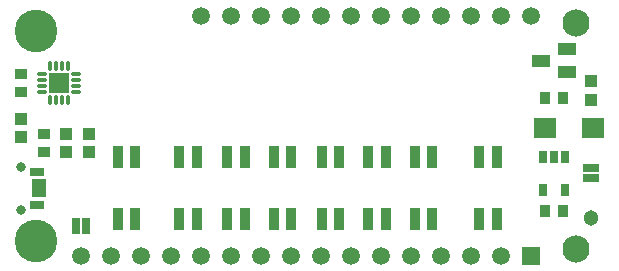
<source format=gbs>
G04*
G04 #@! TF.GenerationSoftware,Altium Limited,Altium Designer,24.2.2 (26)*
G04*
G04 Layer_Color=16711935*
%FSLAX25Y25*%
%MOIN*%
G70*
G04*
G04 #@! TF.SameCoordinates,2439F8CB-51F8-4C0C-9BB0-1E6E72BC7716*
G04*
G04*
G04 #@! TF.FilePolarity,Negative*
G04*
G01*
G75*
%ADD13C,0.09061*%
%ADD14C,0.14243*%
%ADD15C,0.03150*%
%ADD16C,0.05943*%
%ADD17R,0.05943X0.05943*%
%ADD40R,0.07487X0.07093*%
G04:AMPARAMS|DCode=41|XSize=29mil|YSize=54mil|CornerRadius=4.5mil|HoleSize=0mil|Usage=FLASHONLY|Rotation=270.000|XOffset=0mil|YOffset=0mil|HoleType=Round|Shape=RoundedRectangle|*
%AMROUNDEDRECTD41*
21,1,0.02900,0.04500,0,0,270.0*
21,1,0.02000,0.05400,0,0,270.0*
1,1,0.00900,-0.02250,-0.01000*
1,1,0.00900,-0.02250,0.01000*
1,1,0.00900,0.02250,0.01000*
1,1,0.00900,0.02250,-0.01000*
%
%ADD41ROUNDEDRECTD41*%
%ADD42R,0.03628X0.07487*%
%ADD43R,0.05912X0.04337*%
%ADD44R,0.04416X0.04101*%
%ADD45R,0.03550X0.04416*%
%ADD46R,0.02762X0.03943*%
%ADD47C,0.05124*%
G04:AMPARAMS|DCode=48|XSize=15.02mil|YSize=31.17mil|CornerRadius=3.38mil|HoleSize=0mil|Usage=FLASHONLY|Rotation=90.000|XOffset=0mil|YOffset=0mil|HoleType=Round|Shape=RoundedRectangle|*
%AMROUNDEDRECTD48*
21,1,0.01502,0.02441,0,0,90.0*
21,1,0.00827,0.03117,0,0,90.0*
1,1,0.00676,0.01221,0.00413*
1,1,0.00676,0.01221,-0.00413*
1,1,0.00676,-0.01221,-0.00413*
1,1,0.00676,-0.01221,0.00413*
%
%ADD48ROUNDEDRECTD48*%
G04:AMPARAMS|DCode=49|XSize=31.17mil|YSize=15.02mil|CornerRadius=3.38mil|HoleSize=0mil|Usage=FLASHONLY|Rotation=90.000|XOffset=0mil|YOffset=0mil|HoleType=Round|Shape=RoundedRectangle|*
%AMROUNDEDRECTD49*
21,1,0.03117,0.00827,0,0,90.0*
21,1,0.02441,0.01502,0,0,90.0*
1,1,0.00676,0.00413,0.01221*
1,1,0.00676,0.00413,-0.01221*
1,1,0.00676,-0.00413,-0.01221*
1,1,0.00676,-0.00413,0.01221*
%
%ADD49ROUNDEDRECTD49*%
%ADD50R,0.06699X0.06699*%
%ADD51R,0.04416X0.03550*%
%ADD52R,0.04731X0.03156*%
%ADD53R,0.04731X0.05912*%
G04:AMPARAMS|DCode=54|XSize=29mil|YSize=54mil|CornerRadius=4.5mil|HoleSize=0mil|Usage=FLASHONLY|Rotation=180.000|XOffset=0mil|YOffset=0mil|HoleType=Round|Shape=RoundedRectangle|*
%AMROUNDEDRECTD54*
21,1,0.02900,0.04500,0,0,180.0*
21,1,0.02000,0.05400,0,0,180.0*
1,1,0.00900,-0.01000,0.02250*
1,1,0.00900,0.01000,0.02250*
1,1,0.00900,0.01000,-0.02250*
1,1,0.00900,-0.01000,-0.02250*
%
%ADD54ROUNDEDRECTD54*%
D13*
X90000Y-37750D02*
D03*
Y37500D02*
D03*
D14*
X-90000Y-35000D02*
D03*
Y35000D02*
D03*
D15*
X-95000Y-10315D02*
D03*
Y-24685D02*
D03*
D16*
X-75000Y-40000D02*
D03*
X-45000D02*
D03*
X75000Y40000D02*
D03*
X65000D02*
D03*
X55000D02*
D03*
X45000D02*
D03*
X35000D02*
D03*
X25000D02*
D03*
X15000D02*
D03*
X5000D02*
D03*
X-5000D02*
D03*
X-15000D02*
D03*
X-25000D02*
D03*
X-35000D02*
D03*
X65000Y-40000D02*
D03*
X55000D02*
D03*
X45000D02*
D03*
X35000D02*
D03*
X25000D02*
D03*
X15000D02*
D03*
X5000D02*
D03*
X-5000D02*
D03*
X-15000D02*
D03*
X-25000D02*
D03*
X-35000D02*
D03*
X-55000D02*
D03*
X-65000D02*
D03*
D17*
X75000D02*
D03*
D40*
X95571Y2500D02*
D03*
X79429D02*
D03*
D41*
X95000Y-10800D02*
D03*
Y-14200D02*
D03*
D42*
X63453Y-7264D02*
D03*
X57547D02*
D03*
Y-27736D02*
D03*
X63453D02*
D03*
X41953Y-7264D02*
D03*
X36047D02*
D03*
Y-27736D02*
D03*
X41953D02*
D03*
X-57047Y-7264D02*
D03*
X-62953D02*
D03*
Y-27736D02*
D03*
X-57047D02*
D03*
X26453D02*
D03*
X20547D02*
D03*
Y-7264D02*
D03*
X26453D02*
D03*
X10953Y-27736D02*
D03*
X5047D02*
D03*
Y-7264D02*
D03*
X10953D02*
D03*
X-5047Y-27736D02*
D03*
X-10953D02*
D03*
Y-7264D02*
D03*
X-5047D02*
D03*
X-20547Y-27736D02*
D03*
X-26453D02*
D03*
Y-7264D02*
D03*
X-20547D02*
D03*
X-36547Y-27736D02*
D03*
X-42453D02*
D03*
Y-7264D02*
D03*
X-36547D02*
D03*
D43*
X86831Y28740D02*
D03*
Y21260D02*
D03*
X78169Y25000D02*
D03*
D44*
X95000Y18110D02*
D03*
Y11890D02*
D03*
X-72500Y-5610D02*
D03*
Y610D02*
D03*
X-80000D02*
D03*
Y-5610D02*
D03*
X-95000Y-610D02*
D03*
Y5610D02*
D03*
D45*
X85488Y12500D02*
D03*
X79512D02*
D03*
X85488Y-25000D02*
D03*
X79512D02*
D03*
D46*
X78760Y-6988D02*
D03*
X82500D02*
D03*
X86240D02*
D03*
Y-18012D02*
D03*
X78760D02*
D03*
D47*
X95000Y-27500D02*
D03*
D48*
X-76752Y20453D02*
D03*
Y18484D02*
D03*
Y16516D02*
D03*
Y14547D02*
D03*
X-88248D02*
D03*
Y16516D02*
D03*
Y20453D02*
D03*
Y18484D02*
D03*
D49*
X-79547Y11752D02*
D03*
X-81516D02*
D03*
X-83484D02*
D03*
X-85453D02*
D03*
Y23248D02*
D03*
X-83484D02*
D03*
X-81516D02*
D03*
X-79547D02*
D03*
D50*
X-82500Y17500D02*
D03*
D51*
X-95000Y20488D02*
D03*
Y14512D02*
D03*
X-87500Y-5488D02*
D03*
Y488D02*
D03*
D52*
X-89685Y-23012D02*
D03*
Y-11988D02*
D03*
D53*
X-89095Y-17500D02*
D03*
D54*
X-73300Y-30000D02*
D03*
X-76700D02*
D03*
M02*

</source>
